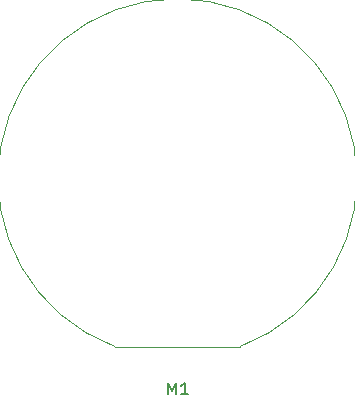
<source format=gbr>
%TF.GenerationSoftware,KiCad,Pcbnew,6.0.11+dfsg-1*%
%TF.CreationDate,2023-12-17T01:10:28-05:00*%
%TF.ProjectId,x27_controller,7832375f-636f-46e7-9472-6f6c6c65722e,rev?*%
%TF.SameCoordinates,Original*%
%TF.FileFunction,Legend,Top*%
%TF.FilePolarity,Positive*%
%FSLAX46Y46*%
G04 Gerber Fmt 4.6, Leading zero omitted, Abs format (unit mm)*
G04 Created by KiCad (PCBNEW 6.0.11+dfsg-1) date 2023-12-17 01:10:28*
%MOMM*%
%LPD*%
G01*
G04 APERTURE LIST*
%ADD10C,0.150000*%
%ADD11C,0.120000*%
G04 APERTURE END LIST*
D10*
%TO.C,M1*%
X124220476Y-93302380D02*
X124220476Y-92302380D01*
X124553809Y-93016666D01*
X124887142Y-92302380D01*
X124887142Y-93302380D01*
X125887142Y-93302380D02*
X125315714Y-93302380D01*
X125601428Y-93302380D02*
X125601428Y-92302380D01*
X125506190Y-92445238D01*
X125410952Y-92540476D01*
X125315714Y-92588095D01*
D11*
X119710624Y-89250000D02*
X130289376Y-89250000D01*
X130289376Y-89250000D02*
G75*
G03*
X119717655Y-89252608I-5289376J14250000D01*
G01*
%TD*%
M02*

</source>
